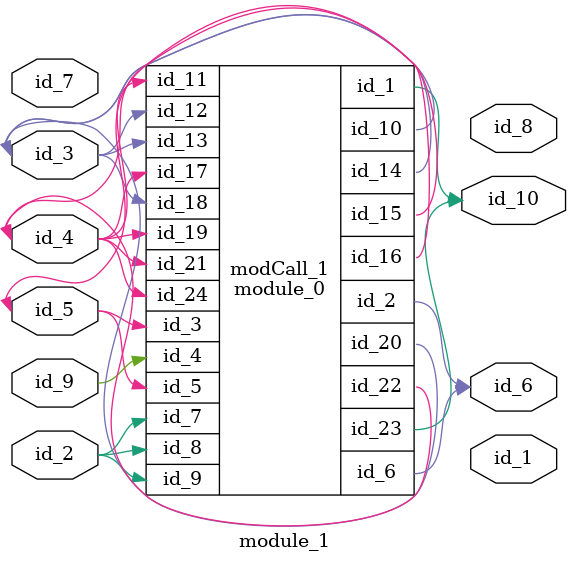
<source format=v>
module module_0 (
    id_1,
    id_2,
    id_3,
    id_4,
    id_5,
    id_6,
    id_7,
    id_8,
    id_9,
    id_10,
    id_11,
    id_12,
    id_13,
    id_14,
    id_15,
    id_16,
    id_17,
    id_18,
    id_19,
    id_20,
    id_21,
    id_22,
    id_23,
    id_24
);
  input wire id_24;
  output wire id_23;
  inout wire id_22;
  input wire id_21;
  inout wire id_20;
  input wire id_19;
  input wire id_18;
  input wire id_17;
  inout wire id_16;
  inout wire id_15;
  inout wire id_14;
  input wire id_13;
  input wire id_12;
  input wire id_11;
  inout wire id_10;
  input wire id_9;
  input wire id_8;
  input wire id_7;
  output wire id_6;
  input wire id_5;
  input wire id_4;
  input wire id_3;
  output wire id_2;
  output wire id_1;
  wire id_25;
endmodule
module module_1 (
    id_1,
    id_2,
    id_3,
    id_4,
    id_5,
    id_6,
    id_7,
    id_8,
    id_9,
    id_10
);
  output wire id_10;
  input wire id_9;
  output wire id_8;
  inout wire id_7;
  output wire id_6;
  inout wire id_5;
  inout wire id_4;
  inout wire id_3;
  input wire id_2;
  output wire id_1;
  assign id_7[1] = "";
  module_0 modCall_1 (
      id_10,
      id_6,
      id_5,
      id_9,
      id_5,
      id_6,
      id_2,
      id_2,
      id_2,
      id_3,
      id_4,
      id_3,
      id_3,
      id_3,
      id_5,
      id_4,
      id_4,
      id_3,
      id_4,
      id_3,
      id_4,
      id_4,
      id_10,
      id_4
  );
endmodule

</source>
